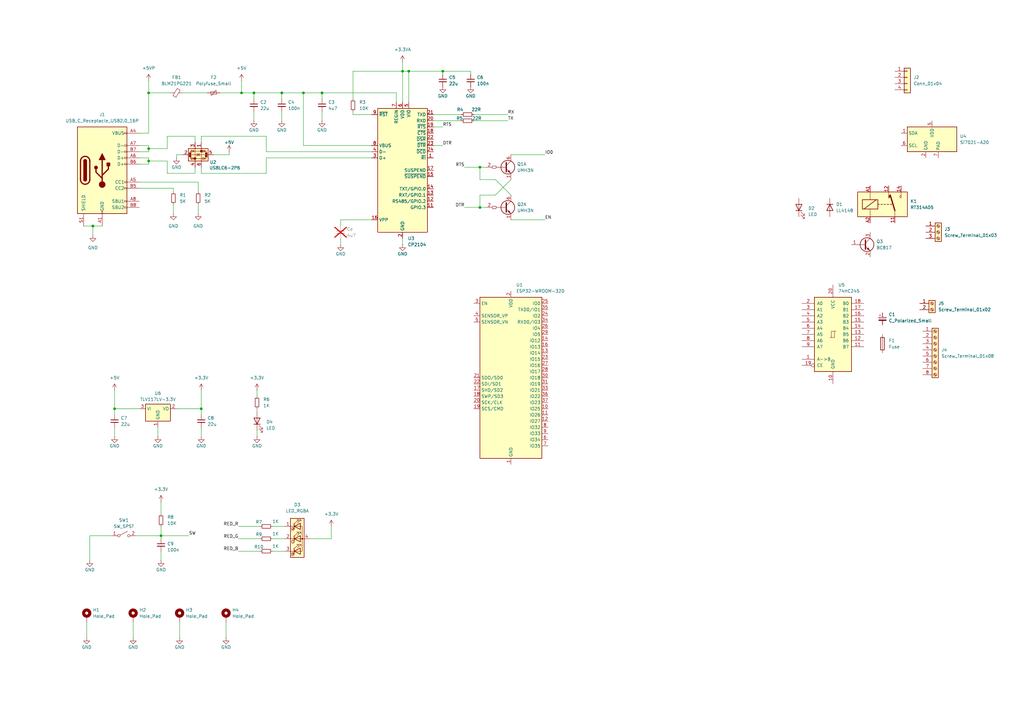
<source format=kicad_sch>
(kicad_sch (version 20250114) (generator "eeschema") (generator_version "9.0")
  (paper "A3")
  (title_block (title "IOT -THING") (date "2025-07-09") (rev "1.0") (company "DGNE"))
  (lib_symbols
    (symbol "74xx:74HC245" (pin_names (offset 1.016))
      (property "Reference" "U" (at -7.62 16.51 0))
      (property "Value" "74HC245" (at -7.62 -16.51 0))
      (symbol "74HC245_1_0"
        (pin tri_state line (at -12.7 12.7 0) (length 5.08) (name "A0") (number "2"))
        (pin tri_state line (at -12.7 10.16 0) (length 5.08) (name "A1") (number "3"))
        (pin tri_state line (at -12.7 7.62 0) (length 5.08) (name "A2") (number "4"))
        (pin tri_state line (at -12.7 5.08 0) (length 5.08) (name "A3") (number "5"))
        (pin tri_state line (at -12.7 2.54 0) (length 5.08) (name "A4") (number "6"))
        (pin tri_state line (at -12.7 0 0) (length 5.08) (name "A5") (number "7"))
        (pin tri_state line (at -12.7 -2.54 0) (length 5.08) (name "A6") (number "8"))
        (pin tri_state line (at -12.7 -5.08 0) (length 5.08) (name "A7") (number "9"))
        (pin input line (at -12.7 -10.16 0) (length 5.08) (name "A->B") (number "1"))
        (pin input inverted (at -12.7 -12.7 0) (length 5.08) (name "CE") (number "19"))
        (pin power_in line (at 0 20.32 270) (length 5.08) (name "VCC") (number "20"))
        (pin power_in line (at 0 -20.32 90) (length 5.08) (name "GND") (number "10"))
        (pin tri_state line (at 12.7 12.7 180) (length 5.08) (name "B0") (number "18"))
        (pin tri_state line (at 12.7 10.16 180) (length 5.08) (name "B1") (number "17"))
        (pin tri_state line (at 12.7 7.62 180) (length 5.08) (name "B2") (number "16"))
        (pin tri_state line (at 12.7 5.08 180) (length 5.08) (name "B3") (number "15"))
        (pin tri_state line (at 12.7 2.54 180) (length 5.08) (name "B4") (number "14"))
        (pin tri_state line (at 12.7 0 180) (length 5.08) (name "B5") (number "13"))
        (pin tri_state line (at 12.7 -2.54 180) (length 5.08) (name "B6") (number "12"))
        (pin tri_state line (at 12.7 -5.08 180) (length 5.08) (name "B7") (number "11"))
      )
    )
    (symbol "Connector:Screw_Terminal_01x02" (pin_names (offset 1.016) (hide yes))
      (property "Reference" "J" (at 0 2.54 0))
      (property "Value" "Screw_Terminal_01x02" (at 0 -5.08 0))
      (symbol "Screw_Terminal_01x02_1_1"
        (pin passive line (at -5.08 0 0) (length 3.81) (name "Pin_1") (number "1"))
        (pin passive line (at -5.08 -2.54 0) (length 3.81) (name "Pin_2") (number "2"))
      )
    )
    (symbol "Connector:Screw_Terminal_01x03" (pin_names (offset 1.016) (hide yes))
      (property "Reference" "J" (at 0 5.08 0))
      (property "Value" "Screw_Terminal_01x03" (at 0 -5.08 0))
      (symbol "Screw_Terminal_01x03_1_1"
        (pin passive line (at -5.08 2.54 0) (length 3.81) (name "Pin_1") (number "1"))
        (pin passive line (at -5.08 0 0) (length 3.81) (name "Pin_2") (number "2"))
        (pin passive line (at -5.08 -2.54 0) (length 3.81) (name "Pin_3") (number "3"))
      )
    )
    (symbol "Connector:Screw_Terminal_01x08" (pin_names (offset 1.016) (hide yes))
      (property "Reference" "J" (at 0 10.16 0))
      (property "Value" "Screw_Terminal_01x08" (at 0 -12.7 0))
      (symbol "Screw_Terminal_01x08_1_1"
        (pin passive line (at -5.08 7.62 0) (length 3.81) (name "Pin_1") (number "1"))
        (pin passive line (at -5.08 5.08 0) (length 3.81) (name "Pin_2") (number "2"))
        (pin passive line (at -5.08 2.54 0) (length 3.81) (name "Pin_3") (number "3"))
        (pin passive line (at -5.08 0 0) (length 3.81) (name "Pin_4") (number "4"))
        (pin passive line (at -5.08 -2.54 0) (length 3.81) (name "Pin_5") (number "5"))
        (pin passive line (at -5.08 -5.08 0) (length 3.81) (name "Pin_6") (number "6"))
        (pin passive line (at -5.08 -7.62 0) (length 3.81) (name "Pin_7") (number "7"))
        (pin passive line (at -5.08 -10.16 0) (length 3.81) (name "Pin_8") (number "8"))
      )
    )
    (symbol "Connector:USB_C_Receptacle_USB2.0_16P" (pin_names (offset 1.016))
      (property "Reference" "J1" (at 0 22.86 0))
      (property "Value" "USB_C_Receptacle_USB2.0_16P" (at 0 20.32 0))
      (symbol "USB_C_Receptacle_USB2.0_16P_1_1"
        (pin passive line (at -7.62 -22.86 90) (length 5.08) (name "SHIELD") (number "S1"))
        (pin passive line (at 0 -22.86 90) (length 5.08) (name "GND") (number "A1"))
        (pin passive line (at 0 -22.86 90) (length 5.08) (hide yes) (name "GND") (number "A12"))
        (pin passive line (at 0 -22.86 90) (length 5.08) (hide yes) (name "GND") (number "B1"))
        (pin passive line (at 0 -22.86 90) (length 5.08) (hide yes) (name "GND") (number "B12"))
        (pin passive line (at 15.24 15.24 180) (length 5.08) (name "VBUS") (number "A4"))
        (pin passive line (at 15.24 15.24 180) (length 5.08) (hide yes) (name "VBUS") (number "A9"))
        (pin passive line (at 15.24 15.24 180) (length 5.08) (hide yes) (name "VBUS") (number "B4"))
        (pin passive line (at 15.24 15.24 180) (length 5.08) (hide yes) (name "VBUS") (number "B9"))
        (pin bidirectional line (at 15.24 10.16 180) (length 5.08) (name "D-") (number "A7"))
        (pin bidirectional line (at 15.24 7.62 180) (length 5.08) (name "D-") (number "B7"))
        (pin bidirectional line (at 15.24 5.08 180) (length 5.08) (name "D+") (number "A6"))
        (pin bidirectional line (at 15.24 2.54 180) (length 5.08) (name "D+") (number "B6"))
        (pin bidirectional line (at 15.24 -4.826 180) (length 5.08) (name "CC1") (number "A5"))
        (pin bidirectional line (at 15.24 -7.366 180) (length 5.08) (name "CC2") (number "B5"))
        (pin bidirectional line (at 15.24 -12.7 180) (length 5.08) (name "SBU1") (number "A8"))
        (pin bidirectional line (at 15.24 -15.24 180) (length 5.08) (name "SBU2") (number "B8"))
      )
    )
    (symbol "Connector_Generic:Conn_01x04" (pin_names (offset 1.016) (hide yes))
      (property "Reference" "J" (at 0 5.08 0))
      (property "Value" "Conn_01x04" (at 0 -7.62 0))
      (symbol "Conn_01x04_1_1"
        (pin passive line (at -5.08 2.54 0) (length 3.81) (name "Pin_1") (number "1"))
        (pin passive line (at -5.08 0 0) (length 3.81) (name "Pin_2") (number "2"))
        (pin passive line (at -5.08 -2.54 0) (length 3.81) (name "Pin_3") (number "3"))
        (pin passive line (at -5.08 -5.08 0) (length 3.81) (name "Pin_4") (number "4"))
      )
    )
    (symbol "Device:C_Polarized_Small" (pin_numbers (hide yes)) (pin_names (offset 0.254) (hide yes))
      (property "Reference" "C" (at 0.254 1.778 0))
      (property "Value" "C_Polarized_Small" (at 0.254 -2.032 0))
      (symbol "C_Polarized_Small_1_1"
        (pin passive line (at 0 2.54 270) (length 1.8542) (name "~") (number "1"))
        (pin passive line (at 0 -2.54 90) (length 1.8542) (name "~") (number "2"))
      )
    )
    (symbol "Device:C_Small" (pin_numbers (hide yes)) (pin_names (offset 0.254) (hide yes))
      (property "Reference" "C" (at 0.254 1.778 0))
      (property "Value" "C_Small" (at 0.254 -2.032 0))
      (symbol "C_Small_1_1"
        (pin passive line (at 0 2.54 270) (length 2.032) (name "~") (number "1"))
        (pin passive line (at 0 -2.54 90) (length 2.032) (name "~") (number "2"))
      )
    )
    (symbol "Device:FerriteBead_Small" (pin_numbers (hide yes)) (pin_names (offset 0))
      (property "Reference" "FB" (at 1.905 1.27 0))
      (property "Value" "FerriteBead_Small" (at 1.905 -1.27 0))
      (symbol "FerriteBead_Small_1_1"
        (pin passive line (at 0 2.54 270) (length 1.27) (name "~") (number "1"))
        (pin passive line (at 0 -2.54 90) (length 1.27) (name "~") (number "2"))
      )
    )
    (symbol "Device:Fuse" (pin_numbers (hide yes)) (pin_names (offset 0))
      (property "Reference" "F" (at 2.032 0 90))
      (property "Value" "Fuse" (at -1.905 0 90))
      (symbol "Fuse_1_1"
        (pin passive line (at 0 3.81 270) (length 1.27) (name "~") (number "1"))
        (pin passive line (at 0 -3.81 90) (length 1.27) (name "~") (number "2"))
      )
    )
    (symbol "Device:LED" (pin_numbers (hide yes)) (pin_names (offset 1.016) (hide yes))
      (property "Reference" "D" (at 0 2.54 0))
      (property "Value" "LED" (at 0 -2.54 0))
      (symbol "LED_1_1"
        (pin passive line (at -3.81 0 0) (length 2.54) (name "K") (number "1"))
        (pin passive line (at 3.81 0 180) (length 2.54) (name "A") (number "2"))
      )
    )
    (symbol "Device:LED_RGBA" (pin_names (offset 0) (hide yes))
      (property "Reference" "D" (at 0 9.398 0))
      (property "Value" "LED_RGBA" (at 0 -8.89 0))
      (symbol "LED_RGBA_0_0"
        (text "R" (at -1.905 3.81 0) (effects (font (size 1.27 1.27))))
        (text "G" (at -1.905 -1.27 0) (effects (font (size 1.27 1.27))))
        (text "B" (at -1.905 -6.35 0) (effects (font (size 1.27 1.27))))
      )
      (symbol "LED_RGBA_1_1"
        (pin passive line (at -5.08 5.08 0) (length 2.54) (name "RK") (number "1"))
        (pin passive line (at -5.08 0 0) (length 2.54) (name "GK") (number "2"))
        (pin passive line (at -5.08 -5.08 0) (length 2.54) (name "BK") (number "3"))
        (pin passive line (at 5.08 0 180) (length 2.54) (name "A") (number "4"))
      )
    )
    (symbol "Device:Polyfuse_Small" (pin_numbers (hide yes)) (pin_names (offset 0))
      (property "Reference" "F" (at -1.905 0 90))
      (property "Value" "Polyfuse_Small" (at 1.905 0 90))
      (symbol "Polyfuse_Small_1_1"
        (pin passive line (at 0 2.54 270) (length 0.635) (name "~") (number "1"))
        (pin passive line (at 0 -2.54 90) (length 0.635) (name "~") (number "2"))
      )
    )
    (symbol "Device:R_Small" (pin_numbers (hide yes)) (pin_names (offset 0.254) (hide yes))
      (property "Reference" "R" (at 0.762 0.508 0))
      (property "Value" "R_Small" (at 0.762 -1.016 0))
      (symbol "R_Small_1_1"
        (pin passive line (at 0 2.54 270) (length 0.762) (name "~") (number "1"))
        (pin passive line (at 0 -2.54 90) (length 0.762) (name "~") (number "2"))
      )
    )
    (symbol "Diode:LL4148" (pin_numbers (hide yes)) (pin_names (hide yes))
      (property "Reference" "D" (at 0 2.54 0))
      (property "Value" "LL4148" (at 0 -2.54 0))
      (symbol "LL4148_1_1"
        (pin passive line (at -3.81 0 0) (length 2.54) (name "K") (number "1"))
        (pin passive line (at 3.81 0 180) (length 2.54) (name "A") (number "2"))
      )
    )
    (symbol "Interface_USB:CP2104"
      (property "Reference" "U" (at -5.08 28.575 0))
      (property "Value" "CP2104" (at -5.08 26.67 0))
      (symbol "CP2104_1_1"
        (pin bidirectional line (at -12.7 22.86 0) (length 2.54) (name "~{RST}") (number "9"))
        (pin input line (at -12.7 10.16 0) (length 2.54) (name "VBUS") (number "8"))
        (pin bidirectional line (at -12.7 7.62 0) (length 2.54) (name "D-") (number "4"))
        (pin bidirectional line (at -12.7 5.08 0) (length 2.54) (name "D+") (number "3"))
        (pin passive line (at -12.7 -20.32 0) (length 2.54) (name "VPP") (number "16"))
        (pin power_in line (at -2.54 27.94 270) (length 2.54) (name "REGIN") (number "7"))
        (pin power_in line (at 0 27.94 270) (length 2.54) (name "VDD") (number "6"))
        (pin power_in line (at 0 -27.94 90) (length 2.54) (name "GND") (number "2"))
        (pin passive line (at 0 -27.94 90) (length 2.54) (hide yes) (name "GND") (number "25"))
        (pin power_in line (at 2.54 27.94 270) (length 2.54) (name "VIO") (number "5"))
        (pin no_connect line (at 10.16 -20.32 180) (length 2.54) (hide yes) (name "NC") (number "10"))
        (pin output line (at 12.7 22.86 180) (length 2.54) (name "TXD") (number "21"))
        (pin input line (at 12.7 20.32 180) (length 2.54) (name "RXD") (number "20"))
        (pin output line (at 12.7 17.78 180) (length 2.54) (name "~{RTS}") (number "19"))
        (pin input line (at 12.7 15.24 180) (length 2.54) (name "~{CTS}") (number "18"))
        (pin input line (at 12.7 12.7 180) (length 2.54) (name "~{DSR}") (number "22"))
        (pin output line (at 12.7 10.16 180) (length 2.54) (name "~{DTR}") (number "23"))
        (pin input line (at 12.7 7.62 180) (length 2.54) (name "~{DCD}") (number "24"))
        (pin input line (at 12.7 5.08 180) (length 2.54) (name "~{RI}") (number "1"))
        (pin output line (at 12.7 0 180) (length 2.54) (name "SUSPEND") (number "17"))
        (pin output line (at 12.7 -2.54 180) (length 2.54) (name "~{SUSPEND}") (number "15"))
        (pin bidirectional line (at 12.7 -7.62 180) (length 2.54) (name "TXT/GPIO.0") (number "14"))
        (pin bidirectional line (at 12.7 -10.16 180) (length 2.54) (name "RXT/GPIO.1") (number "13"))
        (pin bidirectional line (at 12.7 -12.7 180) (length 2.54) (name "RS485/GPIO.2") (number "12"))
        (pin bidirectional line (at 12.7 -15.24 180) (length 2.54) (name "GPIO.3") (number "11"))
      )
    )
    (symbol "Mechanical:MountingHole_Pad" (pin_numbers (hide yes)) (pin_names (offset 1.016) (hide yes)) (exclude_from_sim yes) (in_bom no)
      (property "Reference" "H" (at 0 6.35 0))
      (property "Value" "MountingHole_Pad" (at 0 4.445 0))
      (symbol "MountingHole_Pad_1_1"
        (pin input line (at 0 -2.54 90) (length 2.54) (name "1") (number "1"))
      )
    )
    (symbol "Power_Protection:USBLC6-2P6" (pin_names (hide yes))
      (property "Reference" "U" (at 0.635 5.715 0))
      (property "Value" "USBLC6-2P6" (at 0.635 3.81 0))
      (symbol "USBLC6-2P6_1_1"
        (pin passive line (at -5.08 0 0) (length 2.54) (name "I/O1") (number "1"))
        (pin passive line (at -5.08 -2.54 0) (length 2.54) (name "I/O2") (number "3"))
        (pin passive line (at 0 5.08 270) (length 2.54) (name "VBUS") (number "5"))
        (pin passive line (at 0 -7.62 90) (length 2.54) (name "GND") (number "2"))
        (pin passive line (at 5.08 0 180) (length 2.54) (name "I/O1") (number "6"))
        (pin passive line (at 5.08 -2.54 180) (length 2.54) (name "I/O2") (number "4"))
      )
    )
    (symbol "RF_Module:ESP32-WROOM-32D"
      (property "Reference" "U" (at -12.7 34.29 0))
      (property "Value" "ESP32-WROOM-32D" (at 1.27 34.29 0))
      (symbol "ESP32-WROOM-32D_1_1"
        (pin input line (at -15.24 30.48 0) (length 2.54) (name "EN") (number "3"))
        (pin input line (at -15.24 25.4 0) (length 2.54) (name "SENSOR_VP") (number "4"))
        (pin input line (at -15.24 22.86 0) (length 2.54) (name "SENSOR_VN") (number "5"))
        (pin bidirectional line (at -15.24 0 0) (length 2.54) (name "SDO/SD0") (number "21"))
        (pin bidirectional line (at -15.24 -2.54 0) (length 2.54) (name "SDI/SD1") (number "22"))
        (pin bidirectional line (at -15.24 -5.08 0) (length 2.54) (name "SHD/SD2") (number "17"))
        (pin bidirectional line (at -15.24 -7.62 0) (length 2.54) (name "SWP/SD3") (number "18"))
        (pin bidirectional line (at -15.24 -10.16 0) (length 2.54) (name "SCK/CLK") (number "20"))
        (pin bidirectional line (at -15.24 -12.7 0) (length 2.54) (name "SCS/CMD") (number "19"))
        (pin no_connect line (at -12.7 -27.94 0) (length 2.54) (hide yes) (name "NC") (number "32"))
        (pin power_in line (at 0 35.56 270) (length 2.54) (name "VDD") (number "2"))
        (pin power_in line (at 0 -35.56 90) (length 2.54) (name "GND") (number "1"))
        (pin passive line (at 0 -35.56 90) (length 2.54) (hide yes) (name "GND") (number "15"))
        (pin passive line (at 0 -35.56 90) (length 2.54) (hide yes) (name "GND") (number "38"))
        (pin passive line (at 0 -35.56 90) (length 2.54) (hide yes) (name "GND") (number "39"))
        (pin bidirectional line (at 15.24 30.48 180) (length 2.54) (name "IO0") (number "25"))
        (pin bidirectional line (at 15.24 27.94 180) (length 2.54) (name "TXD0/IO1") (number "35"))
        (pin bidirectional line (at 15.24 25.4 180) (length 2.54) (name "IO2") (number "24"))
        (pin bidirectional line (at 15.24 22.86 180) (length 2.54) (name "RXD0/IO3") (number "34"))
        (pin bidirectional line (at 15.24 20.32 180) (length 2.54) (name "IO4") (number "26"))
        (pin bidirectional line (at 15.24 17.78 180) (length 2.54) (name "IO5") (number "29"))
        (pin bidirectional line (at 15.24 15.24 180) (length 2.54) (name "IO12") (number "14"))
        (pin bidirectional line (at 15.24 12.7 180) (length 2.54) (name "IO13") (number "16"))
        (pin bidirectional line (at 15.24 10.16 180) (length 2.54) (name "IO14") (number "13"))
        (pin bidirectional line (at 15.24 7.62 180) (length 2.54) (name "IO15") (number "23"))
        (pin bidirectional line (at 15.24 5.08 180) (length 2.54) (name "IO16") (number "27"))
        (pin bidirectional line (at 15.24 2.54 180) (length 2.54) (name "IO17") (number "28"))
        (pin bidirectional line (at 15.24 0 180) (length 2.54) (name "IO18") (number "30"))
        (pin bidirectional line (at 15.24 -2.54 180) (length 2.54) (name "IO19") (number "31"))
        (pin bidirectional line (at 15.24 -5.08 180) (length 2.54) (name "IO21") (number "33"))
        (pin bidirectional line (at 15.24 -7.62 180) (length 2.54) (name "IO22") (number "36"))
        (pin bidirectional line (at 15.24 -10.16 180) (length 2.54) (name "IO23") (number "37"))
        (pin bidirectional line (at 15.24 -12.7 180) (length 2.54) (name "IO25") (number "10"))
        (pin bidirectional line (at 15.24 -15.24 180) (length 2.54) (name "IO26") (number "11"))
        (pin bidirectional line (at 15.24 -17.78 180) (length 2.54) (name "IO27") (number "12"))
        (pin bidirectional line (at 15.24 -20.32 180) (length 2.54) (name "IO32") (number "8"))
        (pin bidirectional line (at 15.24 -22.86 180) (length 2.54) (name "IO33") (number "9"))
        (pin input line (at 15.24 -25.4 180) (length 2.54) (name "IO34") (number "6"))
        (pin input line (at 15.24 -27.94 180) (length 2.54) (name "IO35") (number "7"))
      )
    )
    (symbol "Regulator_Linear:LM1117MP-3.3"
      (property "Reference" "U" (at -3.81 3.175 0))
      (property "Value" "LM1117MP-3.3" (at 0 3.175 0))
      (symbol "LM1117MP-3.3_1_1"
        (pin power_in line (at -7.62 0 0) (length 2.54) (name "VI") (number "3"))
        (pin power_in line (at 0 -7.62 90) (length 2.54) (name "GND") (number "1"))
        (pin power_out line (at 7.62 0 180) (length 2.54) (name "VO") (number "2"))
      )
    )
    (symbol "Relay:RT314A05"
      (property "Reference" "K" (at 11.43 3.81 0))
      (property "Value" "RT314A05" (at 11.43 1.27 0))
      (symbol "RT314A05_1_1"
        (pin passive line (at -5.08 7.62 270) (length 2.54) (name "~") (number "A1"))
        (pin passive line (at -5.08 -7.62 90) (length 2.54) (name "~") (number "A2"))
        (pin passive line (at 2.54 7.62 270) (length 2.54) (name "~") (number "12"))
        (pin passive line (at 5.08 -7.62 90) (length 2.54) (name "~") (number "11"))
        (pin passive line (at 7.62 7.62 270) (length 2.54) (name "~") (number "14"))
      )
    )
    (symbol "Sensor_Humidity:Si7021-A20"
      (property "Reference" "U" (at -5.08 7.62 0))
      (property "Value" "Si7021-A20" (at -10.16 10.16 0))
      (symbol "Si7021-A20_1_1"
        (pin bidirectional line (at -12.7 2.54 0) (length 2.54) (name "SDA") (number "1"))
        (pin input line (at -12.7 -2.54 0) (length 2.54) (name "SCL") (number "6"))
        (pin power_in line (at -2.54 -7.62 90) (length 2.54) (name "GND") (number "2"))
        (pin power_in line (at 0 7.62 270) (length 2.54) (name "VDD") (number "5"))
        (pin passive line (at 2.54 -7.62 90) (length 2.54) (name "PAD") (number "7"))
        (pin no_connect line (at 10.16 2.54 180) (length 2.54) (hide yes) (name "NC") (number "3"))
        (pin no_connect line (at 10.16 -2.54 180) (length 2.54) (hide yes) (name "NC") (number "4"))
      )
    )
    (symbol "Switch:SW_SPST" (pin_names (offset 0) (hide yes))
      (property "Reference" "SW" (at 0 3.175 0))
      (property "Value" "SW_SPST" (at 0 -2.54 0))
      (symbol "SW_SPST_1_1"
        (pin passive line (at -5.08 0 0) (length 2.54) (name "A") (number "1"))
        (pin passive line (at 5.08 0 180) (length 2.54) (name "B") (number "2"))
      )
    )
    (symbol "Transistor_BJT:BC817" (pin_names (offset 0) (hide yes))
      (property "Reference" "Q" (at 5.08 1.905 0))
      (property "Value" "BC817" (at 5.08 0 0))
      (symbol "BC817_1_1"
        (pin input line (at -5.08 0 0) (length 2.54) (name "B") (number "1"))
        (pin passive line (at 2.54 5.08 270) (length 2.54) (name "C") (number "3"))
        (pin passive line (at 2.54 -5.08 90) (length 2.54) (name "E") (number "2"))
      )
    )
    (symbol "Transistor_BJT:UMH3N" (pin_names (hide yes))
      (property "Reference" "Q" (at 7.62 1.27 0))
      (property "Value" "UMH3N" (at 7.62 -1.27 0))
      (symbol "UMH3N_1_1"
        (pin input line (at -8.89 0 0) (length 2.54) (name "B1") (number "2"))
        (pin passive line (at 1.27 5.08 270) (length 2.54) (name "C1") (number "6"))
        (pin passive line (at 1.27 -5.08 90) (length 2.54) (name "E1") (number "1"))
      )
      (symbol "UMH3N_2_1"
        (pin input line (at -8.89 0 0) (length 2.54) (name "B2") (number "5"))
        (pin passive line (at 1.27 5.08 270) (length 2.54) (name "C2") (number "3"))
        (pin passive line (at 1.27 -5.08 90) (length 2.54) (name "E2") (number "4"))
      )
    )
    (symbol "power:+3.3V" (power) (pin_numbers (hide yes)) (pin_names (offset 0) (hide yes))
      (property "Value" "+3.3V" (at 0 3.556 0))
      (symbol "+3.3V_1_1"
        (pin power_in line (at 0 0 90) (length 0) (name "~") (number "1"))
      )
    )
    (symbol "power:+3.3VA" (power) (pin_numbers (hide yes)) (pin_names (offset 0) (hide yes))
      (property "Value" "+3.3VA" (at 0 3.556 0))
      (symbol "+3.3VA_1_1"
        (pin power_in line (at 0 0 90) (length 0) (name "~") (number "1"))
      )
    )
    (symbol "power:+5V" (power) (pin_numbers (hide yes)) (pin_names (offset 0) (hide yes))
      (property "Value" "+5V" (at 0 3.556 0))
      (symbol "+5V_1_1"
        (pin power_in line (at 0 0 90) (length 0) (name "~") (number "1"))
      )
    )
    (symbol "power:+5VP" (power) (pin_numbers (hide yes)) (pin_names (offset 0) (hide yes))
      (property "Value" "+5VP" (at 0 3.556 0))
      (symbol "+5VP_1_1"
        (pin power_in line (at 0 0 90) (length 0) (name "~") (number "1"))
      )
    )
    (symbol "power:GND" (power) (pin_numbers (hide yes)) (pin_names (offset 0) (hide yes))
      (property "Value" "GND" (at 0 -3.81 0))
      (symbol "GND_1_1"
        (pin power_in line (at 0 0 270) (length 0) (name "~") (number "1"))
      )
    )
  )
  (junction (at 104.14 38.1))
  (junction (at 167.64 29.21))
  (junction (at 66.04 219.71))
  (junction (at 132.08 38.1))
  (junction (at 38.1 92.71))
  (junction (at 196.85 85.09))
  (junction (at 60.96 60.96))
  (junction (at 124.46 38.1))
  (junction (at 165.1 29.21))
  (junction (at 46.99 167.64))
  (junction (at 196.85 68.58))
  (junction (at 60.96 66.04))
  (junction (at 82.55 167.64))
  (junction (at 99.06 38.1))
  (junction (at 60.96 38.1))
  (junction (at 115.57 38.1))
  (junction (at 181.61 29.21))
  (wire (pts (xy 60.96 59.69) (xy 60.96 60.96)))
  (wire (pts (xy 66.04 219.71) (xy 66.04 220.98)))
  (wire (pts (xy 57.15 59.69) (xy 60.96 59.69)))
  (wire (pts (xy 97.79 220.98) (xy 106.68 220.98)))
  (wire (pts (xy 167.64 29.21) (xy 181.61 29.21)))
  (wire (pts (xy 139.7 97.79) (xy 139.7 100.33)))
  (wire (pts (xy 68.58 71.12) (xy 80.01 71.12)))
  (wire (pts (xy 60.96 60.96) (xy 68.58 60.96)))
  (wire (pts (xy 93.98 63.5) (xy 93.98 62.23)))
  (wire (pts (xy 71.12 83.82) (xy 71.12 87.63)))
  (wire (pts (xy 66.04 205.74) (xy 66.04 210.82)))
  (wire (pts (xy 196.85 85.09) (xy 199.39 85.09)))
  (wire (pts (xy 105.41 160.02) (xy 105.41 162.56)))
  (wire (pts (xy 196.85 80.01) (xy 203.2 80.01)))
  (wire (pts (xy 46.99 170.18) (xy 46.99 167.64)))
  (wire (pts (xy 36.83 219.71) (xy 45.72 219.71)))
  (wire (pts (xy 196.85 68.58) (xy 199.39 68.58)))
  (wire (pts (xy 74.93 38.1) (xy 85.09 38.1)))
  (wire (pts (xy 92.71 255.27) (xy 92.71 261.62)))
  (wire (pts (xy 68.58 55.88) (xy 80.01 55.88)))
  (wire (pts (xy 127 220.98) (xy 135.89 220.98)))
  (wire (pts (xy 99.06 38.1) (xy 104.14 38.1)))
  (wire (pts (xy 132.08 38.1) (xy 132.08 40.64)))
  (wire (pts (xy 60.96 64.77) (xy 60.96 66.04)))
  (wire (pts (xy 115.57 38.1) (xy 115.57 40.64)))
  (wire (pts (xy 36.83 229.87) (xy 36.83 219.71)))
  (wire (pts (xy 165.1 29.21) (xy 167.64 29.21)))
  (wire (pts (xy 57.15 74.676) (xy 81.28 74.676)))
  (wire (pts (xy 72.39 167.64) (xy 82.55 167.64)))
  (wire (pts (xy 72.39 63.5) (xy 74.93 63.5)))
  (wire (pts (xy 196.85 73.66) (xy 203.2 73.66)))
  (wire (pts (xy 60.96 67.31) (xy 57.15 67.31)))
  (wire (pts (xy 144.78 46.99) (xy 152.4 46.99)))
  (wire (pts (xy 109.22 64.77) (xy 152.4 64.77)))
  (wire (pts (xy 60.96 38.1) (xy 60.96 33.02)))
  (wire (pts (xy 104.14 38.1) (xy 115.57 38.1)))
  (wire (pts (xy 177.8 46.99) (xy 189.23 46.99)))
  (wire (pts (xy 165.1 97.79) (xy 165.1 100.33)))
  (wire (pts (xy 181.61 29.21) (xy 181.61 30.48)))
  (wire (pts (xy 68.58 66.04) (xy 68.58 71.12)))
  (wire (pts (xy 97.79 226.06) (xy 106.68 226.06)))
  (wire (pts (xy 60.96 60.96) (xy 60.96 62.23)))
  (wire (pts (xy 190.5 68.58) (xy 196.85 68.58)))
  (wire (pts (xy 68.58 60.96) (xy 68.58 55.88)))
  (wire (pts (xy 60.96 38.1) (xy 69.85 38.1)))
  (wire (pts (xy 124.46 38.1) (xy 124.46 59.69)))
  (wire (pts (xy 82.55 175.26) (xy 82.55 179.07)))
  (wire (pts (xy 38.1 92.71) (xy 41.91 92.71)))
  (wire (pts (xy 167.64 41.91) (xy 167.64 29.21)))
  (wire (pts (xy 46.99 167.64) (xy 57.15 167.64)))
  (wire (pts (xy 66.04 215.9) (xy 66.04 219.71)))
  (wire (pts (xy 55.88 219.71) (xy 66.04 219.71)))
  (wire (pts (xy 66.04 226.06) (xy 66.04 229.87)))
  (wire (pts (xy 196.85 68.58) (xy 196.85 73.66)))
  (wire (pts (xy 80.01 71.12) (xy 80.01 68.58)))
  (wire (pts (xy 144.78 40.64) (xy 144.78 29.21)))
  (wire (pts (xy 162.56 38.1) (xy 162.56 41.91)))
  (wire (pts (xy 139.7 92.71) (xy 139.7 90.17)))
  (wire (pts (xy 194.31 46.99) (xy 208.28 46.99)))
  (wire (pts (xy 135.89 220.98) (xy 135.89 215.9)))
  (wire (pts (xy 105.41 167.64) (xy 105.41 168.91)))
  (wire (pts (xy 124.46 38.1) (xy 132.08 38.1)))
  (wire (pts (xy 115.57 38.1) (xy 124.46 38.1)))
  (wire (pts (xy 111.76 215.9) (xy 116.84 215.9)))
  (wire (pts (xy 82.55 58.42) (xy 82.55 55.88)))
  (wire (pts (xy 82.55 68.58) (xy 82.55 71.12)))
  (wire (pts (xy 57.15 77.216) (xy 71.12 77.216)))
  (wire (pts (xy 54.61 255.27) (xy 54.61 261.62)))
  (wire (pts (xy 72.39 64.77) (xy 72.39 63.5)))
  (wire (pts (xy 64.77 175.26) (xy 64.77 179.07)))
  (wire (pts (xy 60.96 62.23) (xy 57.15 62.23)))
  (wire (pts (xy 82.55 71.12) (xy 109.22 71.12)))
  (wire (pts (xy 165.1 29.21) (xy 165.1 41.91)))
  (wire (pts (xy 34.29 92.71) (xy 38.1 92.71)))
  (wire (pts (xy 99.06 33.02) (xy 99.06 38.1)))
  (wire (pts (xy 35.56 255.27) (xy 35.56 261.62)))
  (wire (pts (xy 209.55 90.17) (xy 223.52 90.17)))
  (wire (pts (xy 81.28 74.676) (xy 81.28 78.74)))
  (wire (pts (xy 165.1 25.4) (xy 165.1 29.21)))
  (wire (pts (xy 60.96 66.04) (xy 60.96 67.31)))
  (wire (pts (xy 66.04 219.71) (xy 77.47 219.71)))
  (wire (pts (xy 105.41 176.53) (xy 105.41 179.07)))
  (wire (pts (xy 177.8 49.53) (xy 189.23 49.53)))
  (wire (pts (xy 109.22 62.23) (xy 152.4 62.23)))
  (wire (pts (xy 60.96 66.04) (xy 68.58 66.04)))
  (wire (pts (xy 87.63 63.5) (xy 93.98 63.5)))
  (wire (pts (xy 82.55 55.88) (xy 109.22 55.88)))
  (wire (pts (xy 38.1 92.71) (xy 38.1 96.52)))
  (wire (pts (xy 196.85 80.01) (xy 196.85 85.09)))
  (wire (pts (xy 177.8 52.07) (xy 181.61 52.07)))
  (wire (pts (xy 57.15 64.77) (xy 60.96 64.77)))
  (wire (pts (xy 115.57 45.72) (xy 115.57 49.53)))
  (wire (pts (xy 111.76 220.98) (xy 116.84 220.98)))
  (wire (pts (xy 82.55 160.02) (xy 82.55 167.64)))
  (wire (pts (xy 97.79 215.9) (xy 106.68 215.9)))
  (wire (pts (xy 81.28 83.82) (xy 81.28 87.63)))
  (wire (pts (xy 177.8 59.69) (xy 181.61 59.69)))
  (wire (pts (xy 190.5 85.09) (xy 196.85 85.09)))
  (wire (pts (xy 139.7 90.17) (xy 152.4 90.17)))
  (wire (pts (xy 46.99 160.02) (xy 46.99 167.64)))
  (wire (pts (xy 144.78 45.72) (xy 144.78 46.99)))
  (wire (pts (xy 124.46 59.69) (xy 152.4 59.69)))
  (wire (pts (xy 144.78 29.21) (xy 165.1 29.21)))
  (wire (pts (xy 194.31 49.53) (xy 208.28 49.53)))
  (wire (pts (xy 82.55 167.64) (xy 82.55 170.18)))
  (wire (pts (xy 80.01 55.88) (xy 80.01 58.42)))
  (wire (pts (xy 46.99 175.26) (xy 46.99 179.07)))
  (wire (pts (xy 60.96 54.61) (xy 60.96 38.1)))
  (wire (pts (xy 109.22 71.12) (xy 109.22 64.77)))
  (wire (pts (xy 104.14 38.1) (xy 104.14 40.64)))
  (wire (pts (xy 209.55 63.5) (xy 223.52 63.5)))
  (wire (pts (xy 132.08 45.72) (xy 132.08 49.53)))
  (wire (pts (xy 109.22 55.88) (xy 109.22 62.23)))
  (wire (pts (xy 203.2 73.66) (xy 209.55 80.01)))
  (wire (pts (xy 104.14 45.72) (xy 104.14 49.53)))
  (wire (pts (xy 132.08 38.1) (xy 162.56 38.1)))
  (wire (pts (xy 209.55 73.66) (xy 203.2 80.01)))
  (wire (pts (xy 90.17 38.1) (xy 99.06 38.1)))
  (wire (pts (xy 193.04 29.21) (xy 193.04 30.48)))
  (wire (pts (xy 71.12 77.216) (xy 71.12 78.74)))
  (wire (pts (xy 57.15 54.61) (xy 60.96 54.61)))
  (wire (pts (xy 181.61 29.21) (xy 193.04 29.21)))
  (wire (pts (xy 73.66 255.27) (xy 73.66 261.62)))
  (wire (pts (xy 111.76 226.06) (xy 116.84 226.06)))
  (label "RX" (at 208.28 46.99 0))
  (label "RTS" (at 181.61 52.07 0))
  (label "RED_R" (at 97.79 215.9 180))
  (label "RTS" (at 190.5 68.58 180))
  (label "IO0" (at 223.52 63.5 0))
  (label "RED_G" (at 97.79 220.98 180))
  (label "DTR" (at 181.61 59.69 0))
  (label "SW" (at 77.47 219.71 0))
  (label "EN" (at 223.52 90.17 0))
  (label "TX" (at 208.28 49.53 0))
  (label "RED_B" (at 97.79 226.06 180))
  (label "DTR" (at 190.5 85.09 180))
  (symbol (lib_id "Device:C_Small") (at 82.55 172.72 0) (unit 1)
    (property "Reference" "C8" (at 85.09 171.4562 0) (effects (justify left)))
    (property "Value" "22u" (at 85.09 173.9962 0) (effects (justify left)))
    (property "Description" "Unpolarized capacitor, small symbol" (effects (hide yes)))
  )
  (symbol (lib_id "Connector:Screw_Terminal_01x03") (at 384.81 95.25 0) (unit 1)
    (property "Reference" "J3" (at 387.35 93.9799 0) (effects (justify left)))
    (property "Value" "Screw_Terminal_01x03" (at 387.35 96.5199 0) (effects (justify left)))
    (property "Description" "Generic screw terminal, single row, 01x03, script generated (kicad-library-utils/schlib/autogen/connector/)" (effects (hide yes)))
  )
  (symbol (lib_id "Device:Fuse") (at 361.95 140.97 0) (unit 1)
    (property "Reference" "F1" (at 364.49 139.6999 0) (effects (justify left)))
    (property "Value" "Fuse" (at 364.49 142.2399 0) (effects (justify left)))
    (property "Description" "Fuse" (effects (hide yes)))
  )
  (symbol (lib_id "Diode:LL4148") (at 340.36 85.09 270) (unit 1)
    (property "Reference" "D1" (at 342.9 83.8199 90) (effects (justify left)))
    (property "Value" "LL4148" (at 342.9 86.3599 90) (effects (justify left)))
    (property "Footprint" "Diode_SMD:D_MiniMELF" (effects (hide yes)))
    (property "Datasheet" "http://www.vishay.com/docs/85557/ll4148.pdf" (effects (hide yes)))
    (property "Description" "100V 0.15A standard switching diode, MiniMELF" (effects (hide yes)))
    (property "Sim.Device" "D" (effects (hide yes)))
    (property "Sim.Pins" "1=K 2=A" (effects (hide yes)))
  )
  (symbol (lib_id "Connector:Screw_Terminal_01x02") (at 382.27 124.46 0) (unit 1)
    (property "Reference" "J5" (at 384.81 124.4599 0) (effects (justify left)))
    (property "Value" "Screw_Terminal_01x02" (at 384.81 126.9999 0) (effects (justify left)))
    (property "Description" "Generic screw terminal, single row, 01x02, script generated (kicad-library-utils/schlib/autogen/connector/)" (effects (hide yes)))
  )
  (symbol (lib_id "power:+5VP") (at 60.96 33.02 0) (unit 1)
    (property "Reference" "#PWR04" (effects (hide yes)))
    (property "Value" "+5VP" (at 60.96 27.94 0))
    (property "Description" "Power symbol creates a global label with name \"+5VP\"" (effects (hide yes)))
  )
  (symbol (lib_id "Device:R_Small") (at 71.12 81.28 0) (unit 1)
    (property "Reference" "R1" (at 73.66 80.0099 0) (effects (justify left)))
    (property "Value" "5K" (at 73.66 82.5499 0) (effects (justify left)))
    (property "Description" "Resistor, small symbol" (effects (hide yes)))
  )
  (symbol (lib_id "power:+3.3V") (at 82.55 160.02 0) (unit 1)
    (property "Reference" "#PWR020" (effects (hide yes)))
    (property "Value" "+3.3V" (at 82.55 154.94 0))
    (property "Description" "Power symbol creates a global label with name \"+3.3V\"" (effects (hide yes)))
  )
  (symbol (lib_id "Device:R_Small") (at 81.28 81.28 0) (unit 1)
    (property "Reference" "R2" (at 83.82 80.0099 0) (effects (justify left)))
    (property "Value" "5K" (at 83.82 82.5499 0) (effects (justify left)))
    (property "Description" "Resistor, small symbol" (effects (hide yes)))
  )
  (symbol (lib_id "Transistor_BJT:UMH3N") (at 208.28 68.58 0) (unit 1)
    (property "Reference" "Q1" (at 212.09 67.3099 0) (effects (justify left)))
    (property "Value" "UMH3N" (at 212.09 69.8499 0) (effects (justify left)))
    (property "Footprint" "Package_TO_SOT_SMD:SOT-363_SC-70-6" (effects (hide yes)))
    (property "Datasheet" "http://rohmfs.rohm.com/en/products/databook/datasheet/discrete/transistor/digital/emh3t2r-e.pdf" (effects (hide yes)))
    (property "Description" "0.1A Ic, 50V Vce, Dual NPN Input Resistor Transistors, SOT-363" (effects (hide yes)))
  )
  (symbol (lib_id "power:GND") (at 92.71 261.62 0) (unit 1)
    (property "Reference" "#PWR030" (effects (hide yes)))
    (property "Value" "GND" (at 92.71 265.43 0))
    (property "Description" "Power symbol creates a global label with name \"GND\" , ground" (effects (hide yes)))
  )
  (symbol (lib_id "Device:LED") (at 105.41 172.72 90) (unit 1)
    (property "Reference" "D4" (at 109.22 173.0374 90) (effects (justify right)))
    (property "Value" "LED" (at 109.22 175.5774 90) (effects (justify right)))
    (property "Description" "Light emitting diode" (effects (hide yes)))
    (property "Sim.Pins" "1=K 2=A" (effects (hide yes)))
  )
  (symbol (lib_id "Device:C_Small") (at 66.04 223.52 0) (unit 1)
    (property "Reference" "C9" (at 68.58 223.012 0) (effects (justify left)))
    (property "Value" "100n" (at 68.58 225.552 0) (effects (justify left)))
    (property "Description" "Unpolarized capacitor, small symbol" (effects (hide yes)))
  )
  (symbol (lib_id "power:GND") (at 193.04 35.56 0) (unit 1)
    (property "Reference" "#PWR012" (effects (hide yes)))
    (property "Value" "GND" (at 193.04 39.37 0))
    (property "Description" "Power symbol creates a global label with name \"GND\" , ground" (effects (hide yes)))
  )
  (symbol (lib_id "Device:C_Small") (at 46.99 172.72 0) (unit 1)
    (property "Reference" "C7" (at 49.53 171.4562 0) (effects (justify left)))
    (property "Value" "22u" (at 49.53 173.9962 0) (effects (justify left)))
    (property "Description" "Unpolarized capacitor, small symbol" (effects (hide yes)))
  )
  (symbol (lib_id "Device:LED") (at 327.66 85.09 90) (unit 1)
    (property "Reference" "D2" (at 331.47 85.4074 90) (effects (justify right)))
    (property "Value" "LED" (at 331.47 87.9474 90) (effects (justify right)))
    (property "Description" "Light emitting diode" (effects (hide yes)))
    (property "Sim.Pins" "1=K 2=A" (effects (hide yes)))
  )
  (symbol (lib_id "power:GND") (at 46.99 179.07 0) (unit 1)
    (property "Reference" "#PWR016" (effects (hide yes)))
    (property "Value" "GND" (at 46.99 182.88 0))
    (property "Description" "Power symbol creates a global label with name \"GND\" , ground" (effects (hide yes)))
  )
  (symbol (lib_id "Mechanical:MountingHole_Pad") (at 92.71 252.73 0) (unit 1) (in_bom no)
    (property "Reference" "H4" (at 95.25 250.1899 0) (effects (justify left)))
    (property "Value" "Hole_Pad" (at 95.25 252.7299 0) (effects (justify left)))
    (property "Description" "Mounting Hole with connection" (effects (hide yes)))
  )
  (symbol (lib_id "power:+3.3V") (at 66.04 205.74 0) (unit 1)
    (property "Reference" "#PWR025" (effects (hide yes)))
    (property "Value" "+3.3V" (at 66.04 200.66 0))
    (property "Description" "Power symbol creates a global label with name \"+3.3V\"" (effects (hide yes)))
  )
  (symbol (lib_id "Device:R_Small") (at 191.77 46.99 90) (unit 1)
    (property "Reference" "R4" (at 188.722 44.958 90))
    (property "Value" "22R" (at 195.326 44.958 90))
    (property "Description" "Resistor, small symbol" (effects (hide yes)))
  )
  (symbol (lib_id "power:GND") (at 104.14 49.53 0) (unit 1)
    (property "Reference" "#PWR08" (effects (hide yes)))
    (property "Value" "GND" (at 104.14 53.34 0))
    (property "Description" "Power symbol creates a global label with name \"GND\" , ground" (effects (hide yes)))
  )
  (symbol (lib_id "Device:C_Polarized_Small") (at 361.95 130.81 0) (unit 1)
    (property "Reference" "C1" (at 364.49 128.9938 0) (effects (justify left)))
    (property "Value" "C_Polarized_Small" (at 364.49 131.5338 0) (effects (justify left)))
    (property "Description" "Polarized capacitor, small symbol" (effects (hide yes)))
  )
  (symbol (lib_id "RF_Module:ESP32-WROOM-32D") (at 209.55 154.94 0) (unit 1)
    (property "Reference" "U1" (at 211.6933 116.84 0) (effects (justify left)))
    (property "Value" "ESP32-WROOM-32D" (at 211.6933 119.38 0) (effects (justify left)))
    (property "Footprint" "RF_Module:ESP32-WROOM-32D" (effects (hide yes)))
    (property "Datasheet" "https://www.espressif.com/sites/default/files/documentation/esp32-wroom-32d_esp32-wroom-32u_datasheet_en.pdf" (effects (hide yes)))
    (property "Description" "RF Module, ESP32-D0WD SoC, Wi-Fi 802.11b/g/n, Bluetooth, BLE, 32-bit, 2.7-3.6V, onboard antenna, SMD" (effects (hide yes)))
  )
  (symbol (lib_id "Connector:USB_C_Receptacle_USB2.0_16P") (at 41.91 69.85 0) (unit 1)
    (property "Reference" "J1" (at 41.91 46.99 0))
    (property "Value" "USB_C_Receptacle_USB2.0_16P" (at 41.91 49.53 0))
    (property "Datasheet" "https://www.usb.org/sites/default/files/documents/usb_type-c.zip" (effects (hide yes)))
    (property "Description" "USB 2.0-only 16P Type-C Receptacle connector" (effects (hide yes)))
  )
  (symbol (lib_id "power:GND") (at 73.66 261.62 0) (unit 1)
    (property "Reference" "#PWR029" (effects (hide yes)))
    (property "Value" "GND" (at 73.66 265.43 0))
    (property "Description" "Power symbol creates a global label with name \"GND\" , ground" (effects (hide yes)))
  )
  (symbol (lib_id "Device:C_Small") (at 132.08 43.18 0) (unit 1)
    (property "Reference" "C3" (at 134.62 41.9162 0) (effects (justify left)))
    (property "Value" "4u7" (at 134.62 44.4562 0) (effects (justify left)))
    (property "Description" "Unpolarized capacitor, small symbol" (effects (hide yes)))
  )
  (symbol (lib_id "power:GND") (at 139.7 100.33 0) (unit 1)
    (property "Reference" "#PWR014" (effects (hide yes)))
    (property "Value" "GND" (at 139.7 104.14 0))
    (property "Description" "Power symbol creates a global label with name \"GND\" , ground" (effects (hide yes)))
  )
  (symbol (lib_id "Interface_USB:CP2104") (at 165.1 69.85 0) (unit 1)
    (property "Reference" "U3" (at 167.2433 97.79 0) (effects (justify left)))
    (property "Value" "CP2104" (at 167.2433 100.33 0) (effects (justify left)))
    (property "Footprint" "Package_DFN_QFN:QFN-24-1EP_4x4mm_P0.5mm_EP2.6x2.6mm" (effects (hide yes)))
    (property "Datasheet" "https://www.silabs.com/documents/public/data-sheets/cp2104.pdf" (effects (hide yes)))
    (property "Description" "Single-Chip USB-to-UART Bridge, USB 2.0 Full-Speed, 2Mbps UART, QFN-24" (effects (hide yes)))
  )
  (symbol (lib_id "power:GND") (at 115.57 49.53 0) (unit 1)
    (property "Reference" "#PWR09" (effects (hide yes)))
    (property "Value" "GND" (at 115.57 53.34 0))
    (property "Description" "Power symbol creates a global label with name \"GND\" , ground" (effects (hide yes)))
  )
  (symbol (lib_id "Connector:Screw_Terminal_01x08") (at 383.54 143.51 0) (unit 1)
    (property "Reference" "J4" (at 386.08 143.5099 0) (effects (justify left)))
    (property "Value" "Screw_Terminal_01x08" (at 386.08 146.0499 0) (effects (justify left)))
    (property "Description" "Generic screw terminal, single row, 01x08, script generated (kicad-library-utils/schlib/autogen/connector/)" (effects (hide yes)))
  )
  (symbol (lib_id "Regulator_Linear:LM1117MP-3.3") (at 64.77 167.64 0) (unit 1)
    (property "Reference" "U6" (at 64.77 161.29 0))
    (property "Value" "TLV117LV-3.3V" (at 64.77 163.83 0))
    (property "Footprint" "Package_TO_SOT_SMD:SOT-223-3_TabPin2" (effects (hide yes)))
    (property "Datasheet" "http://www.ti.com/lit/ds/symlink/lm1117.pdf" (effects (hide yes)))
    (property "Description" "800mA Low-Dropout Linear Regulator, 3.3V fixed output, SOT-223" (effects (hide yes)))
  )
  (symbol (lib_id "Mechanical:MountingHole_Pad") (at 73.66 252.73 0) (unit 1) (in_bom no)
    (property "Reference" "H3" (at 76.2 250.1899 0) (effects (justify left)))
    (property "Value" "Hole_Pad" (at 76.2 252.7299 0) (effects (justify left)))
    (property "Description" "Mounting Hole with connection" (effects (hide yes)))
  )
  (symbol (lib_id "power:GND") (at 165.1 100.33 0) (unit 1)
    (property "Reference" "#PWR015" (effects (hide yes)))
    (property "Value" "GND" (at 165.1 104.14 0))
    (property "Description" "Power symbol creates a global label with name \"GND\" , ground" (effects (hide yes)))
  )
  (symbol (lib_id "power:+3.3V") (at 135.89 215.9 0) (unit 1)
    (property "Reference" "#PWR026" (effects (hide yes)))
    (property "Value" "+3.3V" (at 135.89 210.82 0))
    (property "Description" "Power symbol creates a global label with name \"+3.3V\"" (effects (hide yes)))
  )
  (symbol (lib_id "Power_Protection:USBLC6-2P6") (at 82.55 63.5 270) (unit 1)
    (property "Reference" "U2" (at 87.376 66.548 90))
    (property "Value" "USBLC6-2P6" (at 92.202 68.834 90))
    (property "Footprint" "Package_TO_SOT_SMD:SOT-666" (effects (hide yes)))
    (property "Datasheet" "https://www.st.com/resource/en/datasheet/usblc6-2.pdf" (effects (hide yes)))
    (property "Description" "Very low capacitance ESD protection diode, 2 data-line, SOT-666" (effects (hide yes)))
  )
  (symbol (lib_id "Device:FerriteBead_Small") (at 72.39 38.1 270) (unit 1)
    (property "Reference" "FB1" (at 72.4281 31.75 90))
    (property "Value" "BLM21PG221" (at 72.4281 34.29 90))
    (property "Description" "Ferrite bead, small symbol" (effects (hide yes)))
  )
  (symbol (lib_id "power:GND") (at 64.77 179.07 0) (unit 1)
    (property "Reference" "#PWR018" (effects (hide yes)))
    (property "Value" "GND" (at 64.77 182.88 0))
    (property "Description" "Power symbol creates a global label with name \"GND\" , ground" (effects (hide yes)))
  )
  (symbol (lib_id "power:GND") (at 72.39 64.77 0) (unit 1)
    (property "Reference" "#PWR05" (effects (hide yes)))
    (property "Value" "GND" (at 72.39 68.58 0))
    (property "Description" "Power symbol creates a global label with name \"GND\" , ground" (effects (hide yes)))
  )
  (symbol (lib_id "Transistor_BJT:UMH3N") (at 208.28 85.09 0) (unit 1)
    (property "Reference" "Q2" (at 212.09 83.8199 0) (effects (justify left)))
    (property "Value" "UMH3N" (at 212.09 86.3599 0) (effects (justify left)))
    (property "Footprint" "Package_TO_SOT_SMD:SOT-363_SC-70-6" (effects (hide yes)))
    (property "Datasheet" "http://rohmfs.rohm.com/en/products/databook/datasheet/discrete/transistor/digital/emh3t2r-e.pdf" (effects (hide yes)))
    (property "Description" "0.1A Ic, 50V Vce, Dual NPN Input Resistor Transistors, SOT-363" (effects (hide yes)))
  )
  (symbol (lib_id "power:GND") (at 71.12 87.63 0) (unit 1)
    (property "Reference" "#PWR02" (effects (hide yes)))
    (property "Value" "GND" (at 71.12 92.71 0))
    (property "Description" "Power symbol creates a global label with name \"GND\" , ground" (effects (hide yes)))
  )
  (symbol (lib_id "power:GND") (at 181.61 35.56 0) (unit 1)
    (property "Reference" "#PWR011" (effects (hide yes)))
    (property "Value" "GND" (at 181.61 39.37 0))
    (property "Description" "Power symbol creates a global label with name \"GND\" , ground" (effects (hide yes)))
  )
  (symbol (lib_id "Device:C_Small") (at 193.04 33.02 0) (unit 1)
    (property "Reference" "C6" (at 195.58 31.7562 0) (effects (justify left)))
    (property "Value" "100n" (at 195.58 34.2962 0) (effects (justify left)))
    (property "Description" "Unpolarized capacitor, small symbol" (effects (hide yes)))
  )
  (symbol (lib_id "Device:C_Small") (at 115.57 43.18 0) (unit 1)
    (property "Reference" "C4" (at 118.11 41.9162 0) (effects (justify left)))
    (property "Value" "100n" (at 118.11 44.4562 0) (effects (justify left)))
    (property "Description" "Unpolarized capacitor, small symbol" (effects (hide yes)))
  )
  (symbol (lib_id "Switch:SW_SPST") (at 50.8 219.71 0) (unit 1)
    (property "Reference" "SW1" (at 50.8 213.36 0))
    (property "Value" "SW_SPST" (at 50.8 215.9 0))
    (property "Description" "Single Pole Single Throw (SPST) switch" (effects (hide yes)))
  )
  (symbol (lib_id "power:GND") (at 54.61 261.62 0) (unit 1)
    (property "Reference" "#PWR028" (effects (hide yes)))
    (property "Value" "GND" (at 54.61 265.43 0))
    (property "Description" "Power symbol creates a global label with name \"GND\" , ground" (effects (hide yes)))
  )
  (symbol (lib_id "power:GND") (at 82.55 179.07 0) (unit 1)
    (property "Reference" "#PWR017" (effects (hide yes)))
    (property "Value" "GND" (at 82.55 182.88 0))
    (property "Description" "Power symbol creates a global label with name \"GND\" , ground" (effects (hide yes)))
  )
  (symbol (lib_id "Device:C_Small") (at 181.61 33.02 0) (unit 1)
    (property "Reference" "C5" (at 184.15 31.7562 0) (effects (justify left)))
    (property "Value" "22u" (at 184.15 34.2962 0) (effects (justify left)))
    (property "Description" "Unpolarized capacitor, small symbol" (effects (hide yes)))
  )
  (symbol (lib_id "Relay:RT314A05") (at 361.95 83.82 0) (unit 1)
    (property "Reference" "K1" (at 373.38 82.5499 0) (effects (justify left)))
    (property "Value" "RT314A05" (at 373.38 85.0899 0) (effects (justify left)))
    (property "Footprint" "Relay_THT:Relay_SPDT_Schrack-RT1-16A-FormC_RM5mm" (effects (hide yes)))
    (property "Datasheet" "https://www.te.com/commerce/DocumentDelivery/DDEController?Action=srchrtrv&DocNm=RT1_bistable&DocType=DS&DocLang=English" (effects (hide yes)))
    (property "Description" "Schrack RT1 relay, bistable single pole dual throw, single DC coil, 5V" (effects (hide yes)))
  )
  (symbol (lib_id "power:+5V") (at 99.06 33.02 0) (unit 1)
    (property "Reference" "#PWR06" (effects (hide yes)))
    (property "Value" "+5V" (at 99.06 27.94 0))
    (property "Description" "Power symbol creates a global label with name \"+5V\"" (effects (hide yes)))
  )
  (symbol (lib_id "Transistor_BJT:BC817") (at 354.33 100.33 0) (unit 1)
    (property "Reference" "Q3" (at 359.41 99.0599 0) (effects (justify left)))
    (property "Value" "BC817" (at 359.41 101.5999 0) (effects (justify left)))
    (property "Footprint" "Package_TO_SOT_SMD:SOT-23" (effects (hide yes)))
    (property "Datasheet" "https://www.onsemi.com/pub/Collateral/BC818-D.pdf" (effects (hide yes)))
    (property "Description" "0.8A Ic, 45V Vce, NPN Transistor, SOT-23" (effects (hide yes)))
  )
  (symbol (lib_id "Mechanical:MountingHole_Pad") (at 54.61 252.73 0) (unit 1) (in_bom no)
    (property "Reference" "H2" (at 57.15 250.1899 0) (effects (justify left)))
    (property "Value" "Hole_Pad" (at 57.15 252.7299 0) (effects (justify left)))
    (property "Description" "Mounting Hole with connection" (effects (hide yes)))
  )
  (symbol (lib_id "Device:R_Small") (at 144.78 43.18 0) (unit 1)
    (property "Reference" "R3" (at 147.32 41.9099 0) (effects (justify left)))
    (property "Value" "10K" (at 147.32 44.4499 0) (effects (justify left)))
    (property "Description" "Resistor, small symbol" (effects (hide yes)))
  )
  (symbol (lib_id "Device:C_Small") (at 139.7 95.25 0) (unit 1) (in_bom no) (dnp yes)
    (property "Reference" "Ce" (at 142.24 93.9862 0) (effects (justify left)))
    (property "Value" "4u7" (at 142.24 96.5262 0) (effects (justify left)))
    (property "Description" "Unpolarized capacitor, small symbol" (effects (hide yes)))
  )
  (symbol (lib_id "power:+3.3V") (at 105.41 160.02 0) (unit 1)
    (property "Reference" "#PWR021" (effects (hide yes)))
    (property "Value" "+3.3V" (at 105.41 154.94 0))
    (property "Description" "Power symbol creates a global label with name \"+3.3V\"" (effects (hide yes)))
  )
  (symbol (lib_id "power:GND") (at 38.1 96.52 0) (unit 1)
    (property "Reference" "#PWR01" (effects (hide yes)))
    (property "Value" "GND" (at 38.1 101.6 0))
    (property "Description" "Power symbol creates a global label with name \"GND\" , ground" (effects (hide yes)))
  )
  (symbol (lib_id "power:+3.3VA") (at 165.1 25.4 0) (unit 1)
    (property "Reference" "#PWR013" (effects (hide yes)))
    (property "Value" "+3.3VA" (at 165.1 20.32 0))
    (property "Description" "Power symbol creates a global label with name \"+3.3VA\"" (effects (hide yes)))
  )
  (symbol (lib_id "Sensor_Humidity:Si7021-A20") (at 382.27 57.15 0) (unit 1)
    (property "Reference" "U4" (at 393.7 55.8799 0) (effects (justify left)))
    (property "Value" "Si7021-A20" (at 393.7 58.4199 0) (effects (justify left)))
    (property "Footprint" "Package_DFN_QFN:DFN-6-1EP_3x3mm_P1mm_EP1.5x2.4mm" (effects (hide yes)))
    (property "Datasheet" "https://www.silabs.com/documents/public/data-sheets/Si7021-A20.pdf" (effects (hide yes)))
    (property "Description" "I2C Humidity and Temperature Sensor, DFN-6" (effects (hide yes)))
  )
  (symbol (lib_id "power:GND") (at 66.04 229.87 0) (unit 1)
    (property "Reference" "#PWR024" (effects (hide yes)))
    (property "Value" "GND" (at 66.04 233.68 0))
    (property "Description" "Power symbol creates a global label with name \"GND\" , ground" (effects (hide yes)))
  )
  (symbol (lib_id "Device:R_Small") (at 66.04 213.36 0) (unit 1)
    (property "Reference" "R8" (at 68.58 212.0899 0) (effects (justify left)))
    (property "Value" "10K" (at 68.58 214.6299 0) (effects (justify left)))
    (property "Description" "Resistor, small symbol" (effects (hide yes)))
  )
  (symbol (lib_id "Device:R_Small") (at 109.22 215.9 90) (unit 1)
    (property "Reference" "R7" (at 106.172 214.122 90))
    (property "Value" "1K" (at 113.03 213.868 90))
    (property "Description" "Resistor, small symbol" (effects (hide yes)))
  )
  (symbol (lib_id "Device:Polyfuse_Small") (at 87.63 38.1 90) (unit 1)
    (property "Reference" "F2" (at 87.63 31.75 90))
    (property "Value" "Polyfuse_Small" (at 87.63 34.29 90))
    (property "Description" "Resettable fuse, polymeric positive temperature coefficient, small symbol" (effects (hide yes)))
  )
  (symbol (lib_id "power:GND") (at 81.28 87.63 0) (unit 1)
    (property "Reference" "#PWR03" (effects (hide yes)))
    (property "Value" "GND" (at 81.28 92.71 0))
    (property "Description" "Power symbol creates a global label with name \"GND\" , ground" (effects (hide yes)))
  )
  (symbol (lib_id "Device:R_Small") (at 109.22 220.98 90) (unit 1)
    (property "Reference" "R9" (at 106.172 219.202 90))
    (property "Value" "1K" (at 113.03 218.948 90))
    (property "Description" "Resistor, small symbol" (effects (hide yes)))
  )
  (symbol (lib_id "power:+5V") (at 46.99 160.02 0) (unit 1)
    (property "Reference" "#PWR019" (effects (hide yes)))
    (property "Value" "+5V" (at 46.99 154.94 0))
    (property "Description" "Power symbol creates a global label with name \"+5V\"" (effects (hide yes)))
  )
  (symbol (lib_id "Device:C_Small") (at 104.14 43.18 0) (unit 1)
    (property "Reference" "C2" (at 106.68 41.9162 0) (effects (justify left)))
    (property "Value" "22u" (at 106.68 44.4562 0) (effects (justify left)))
    (property "Description" "Unpolarized capacitor, small symbol" (effects (hide yes)))
  )
  (symbol (lib_id "power:GND") (at 35.56 261.62 0) (unit 1)
    (property "Reference" "#PWR027" (effects (hide yes)))
    (property "Value" "GND" (at 35.56 265.43 0))
    (property "Description" "Power symbol creates a global label with name \"GND\" , ground" (effects (hide yes)))
  )
  (symbol (lib_id "74xx:74HC245") (at 341.63 137.16 0) (unit 1)
    (property "Reference" "U5" (at 343.7733 116.84 0) (effects (justify left)))
    (property "Value" "74HC245" (at 343.7733 119.38 0) (effects (justify left)))
    (property "Datasheet" "http://www.ti.com/lit/gpn/sn74HC245" (effects (hide yes)))
    (property "Description" "Octal BUS Transceivers, 3-State outputs" (effects (hide yes)))
  )
  (symbol (lib_id "power:GND") (at 105.41 179.07 0) (unit 1)
    (property "Reference" "#PWR022" (effects (hide yes)))
    (property "Value" "GND" (at 105.41 182.88 0))
    (property "Description" "Power symbol creates a global label with name \"GND\" , ground" (effects (hide yes)))
  )
  (symbol (lib_id "power:GND") (at 132.08 49.53 0) (unit 1)
    (property "Reference" "#PWR010" (effects (hide yes)))
    (property "Value" "GND" (at 132.08 53.34 0))
    (property "Description" "Power symbol creates a global label with name \"GND\" , ground" (effects (hide yes)))
  )
  (symbol (lib_id "Mechanical:MountingHole_Pad") (at 35.56 252.73 0) (unit 1) (in_bom no)
    (property "Reference" "H1" (at 38.1 250.1899 0) (effects (justify left)))
    (property "Value" "Hole_Pad" (at 38.1 252.7299 0) (effects (justify left)))
    (property "Description" "Mounting Hole with connection" (effects (hide yes)))
  )
  (symbol (lib_id "power:+5V") (at 93.98 62.23 0) (unit 1)
    (property "Reference" "#PWR07" (effects (hide yes)))
    (property "Value" "+5V" (at 93.98 58.42 0))
    (property "Description" "Power symbol creates a global label with name \"+5V\"" (effects (hide yes)))
  )
  (symbol (lib_id "power:GND") (at 36.83 229.87 0) (unit 1)
    (property "Reference" "#PWR023" (effects (hide yes)))
    (property "Value" "GND" (at 36.83 233.68 0))
    (property "Description" "Power symbol creates a global label with name \"GND\" , ground" (effects (hide yes)))
  )
  (symbol (lib_id "Connector_Generic:Conn_01x04") (at 372.11 31.75 0) (unit 1)
    (property "Reference" "J2" (at 374.65 31.7499 0) (effects (justify left)))
    (property "Value" "Conn_01x04" (at 374.65 34.2899 0) (effects (justify left)))
    (property "Description" "Generic connector, single row, 01x04, script generated (kicad-library-utils/schlib/autogen/connector/)" (effects (hide yes)))
  )
  (symbol (lib_id "Device:R_Small") (at 109.22 226.06 90) (unit 1)
    (property "Reference" "R10" (at 106.172 224.282 90))
    (property "Value" "1K" (at 113.03 224.028 90))
    (property "Description" "Resistor, small symbol" (effects (hide yes)))
  )
  (symbol (lib_id "Device:R_Small") (at 191.77 49.53 90) (unit 1)
    (property "Reference" "R5" (at 188.468 48.514 90))
    (property "Value" "22R" (at 195.58 48.514 90))
    (property "Description" "Resistor, small symbol" (effects (hide yes)))
  )
  (symbol (lib_id "Device:LED_RGBA") (at 121.92 220.98 0) (unit 1)
    (property "Reference" "D3" (at 121.92 207.01 0))
    (property "Value" "LED_RGBA" (at 121.92 209.55 0))
    (property "Description" "RGB LED, red/green/blue/anode" (effects (hide yes)))
  )
  (symbol (lib_id "Device:R_Small") (at 105.41 165.1 0) (unit 1)
    (property "Reference" "R6" (at 107.95 163.8299 0) (effects (justify left)))
    (property "Value" "1K" (at 107.95 166.3699 0) (effects (justify left)))
    (property "Description" "Resistor, small symbol" (effects (hide yes)))
  )
)
</source>
